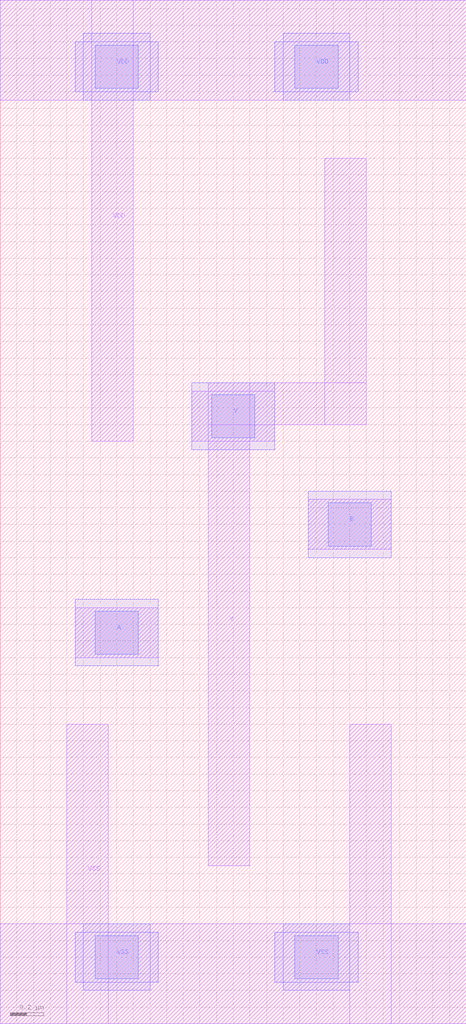
<source format=lef>
# Copyright 2022 Google LLC
# Licensed under the Apache License, Version 2.0 (the "License");
# you may not use this file except in compliance with the License.
# You may obtain a copy of the License at
#
#      http://www.apache.org/licenses/LICENSE-2.0
#
# Unless required by applicable law or agreed to in writing, software
# distributed under the License is distributed on an "AS IS" BASIS,
# WITHOUT WARRANTIES OR CONDITIONS OF ANY KIND, either express or implied.
# See the License for the specific language governing permissions and
# limitations under the License.
VERSION 5.7 ;
BUSBITCHARS "[]" ;
DIVIDERCHAR "/" ;

MACRO gf180mcu_osu_sc_9T_nor2_1
  CLASS CORE ;
  ORIGIN 0 0 ;
  FOREIGN gf180mcu_osu_sc_9T_nor2_1 0 0 ;
  SIZE 2.8 BY 6.15 ;
  SYMMETRY X Y ;
  SITE GF018hv5v_mcu_sc7 ;
  PIN A
    DIRECTION INPUT ;
    USE SIGNAL ;
    PORT
      LAYER MET1 ;
        RECT 0.45 2.2 0.95 2.5 ;
      LAYER MET2 ;
        RECT 0.45 2.15 0.95 2.55 ;
      LAYER VIA12 ;
        RECT 0.57 2.22 0.83 2.48 ;
    END
  END A
  PIN B
    DIRECTION INPUT ;
    USE SIGNAL ;
    PORT
      LAYER MET1 ;
        RECT 1.85 2.85 2.35 3.15 ;
      LAYER MET2 ;
        RECT 1.85 2.8 2.35 3.2 ;
      LAYER VIA12 ;
        RECT 1.97 2.87 2.23 3.13 ;
    END
  END B
  PIN VDD
    DIRECTION INOUT ;
    USE POWER ;
    SHAPE ABUTMENT ;
    PORT
      LAYER MET1 ;
        RECT 0 5.55 2.8 6.15 ;
        RECT 0.55 3.5 0.8 6.15 ;
      LAYER MET2 ;
        RECT 1.65 5.6 2.15 5.9 ;
        RECT 1.7 5.55 2.1 5.95 ;
        RECT 0.45 5.6 0.95 5.9 ;
        RECT 0.5 5.55 0.9 5.95 ;
      LAYER VIA12 ;
        RECT 0.57 5.62 0.83 5.88 ;
        RECT 1.77 5.62 2.03 5.88 ;
    END
  END VDD
  PIN VSS
    DIRECTION INOUT ;
    USE GROUND ;
    PORT
      LAYER MET1 ;
        RECT 0 0 2.8 0.6 ;
        RECT 2.1 0 2.35 1.8 ;
        RECT 0.4 0 0.65 1.8 ;
      LAYER MET2 ;
        RECT 1.65 0.25 2.15 0.55 ;
        RECT 1.7 0.2 2.1 0.6 ;
        RECT 0.45 0.25 0.95 0.55 ;
        RECT 0.5 0.2 0.9 0.6 ;
      LAYER VIA12 ;
        RECT 0.57 0.27 0.83 0.53 ;
        RECT 1.77 0.27 2.03 0.53 ;
    END
  END VSS
  PIN Y
    DIRECTION OUTPUT ;
    USE SIGNAL ;
    PORT
      LAYER MET1 ;
        RECT 1.95 3.6 2.2 5.2 ;
        RECT 1.25 3.6 2.2 3.85 ;
        RECT 1.15 3.5 1.65 3.8 ;
        RECT 1.25 0.95 1.5 3.85 ;
      LAYER MET2 ;
        RECT 1.15 3.45 1.65 3.85 ;
      LAYER VIA12 ;
        RECT 1.27 3.52 1.53 3.78 ;
    END
  END Y
END gf180mcu_osu_sc_9T_nor2_1

</source>
